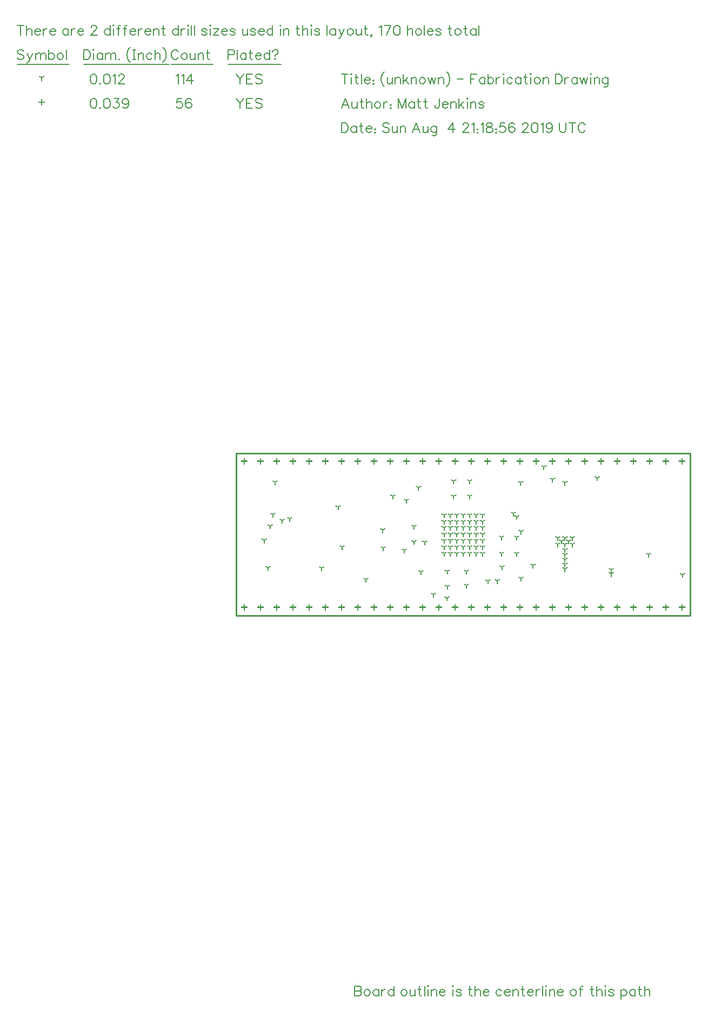
<source format=gbr>
G04 start of page 12 for group -3984 idx -3984 *
G04 Title: (unknown), fab *
G04 Creator: pcb 1.99z *
G04 CreationDate: Sun Aug  4 21:18:56 2019 UTC *
G04 For: matt *
G04 Format: Gerber/RS-274X *
G04 PCB-Dimensions (mm): 152.40 127.00 *
G04 PCB-Coordinate-Origin: lower left *
%MOMM*%
%FSLAX43Y43*%
%LNFAB*%
%ADD50C,0.254*%
%ADD49C,0.152*%
%ADD48R,0.203X0.203*%
G54D48*X53340Y81686D02*Y80874D01*
X52934Y81280D02*X53746D01*
X50800Y81686D02*Y80874D01*
X50394Y81280D02*X51206D01*
X48260Y81686D02*Y80874D01*
X47854Y81280D02*X48666D01*
X45720Y81686D02*Y80874D01*
X45314Y81280D02*X46126D01*
X43180Y81686D02*Y80874D01*
X42774Y81280D02*X43586D01*
X40640Y81686D02*Y80874D01*
X40234Y81280D02*X41046D01*
X38100Y81686D02*Y80874D01*
X37694Y81280D02*X38506D01*
X35560Y81686D02*Y80874D01*
X35154Y81280D02*X35966D01*
X78740Y81686D02*Y80874D01*
X78334Y81280D02*X79146D01*
X76200Y81686D02*Y80874D01*
X75794Y81280D02*X76606D01*
X73660Y81686D02*Y80874D01*
X73254Y81280D02*X74066D01*
X71120Y81686D02*Y80874D01*
X70714Y81280D02*X71526D01*
X68580Y81686D02*Y80874D01*
X68174Y81280D02*X68986D01*
X66040Y81686D02*Y80874D01*
X65634Y81280D02*X66446D01*
X63500Y81686D02*Y80874D01*
X63094Y81280D02*X63906D01*
X60960Y81686D02*Y80874D01*
X60554Y81280D02*X61366D01*
X58420Y81686D02*Y80874D01*
X58014Y81280D02*X58826D01*
X55880Y81686D02*Y80874D01*
X55474Y81280D02*X56286D01*
X104140Y81686D02*Y80874D01*
X103734Y81280D02*X104546D01*
X101600Y81686D02*Y80874D01*
X101194Y81280D02*X102006D01*
X99060Y81686D02*Y80874D01*
X98654Y81280D02*X99466D01*
X96520Y81686D02*Y80874D01*
X96114Y81280D02*X96926D01*
X93980Y81686D02*Y80874D01*
X93574Y81280D02*X94386D01*
X91440Y81686D02*Y80874D01*
X91034Y81280D02*X91846D01*
X88900Y81686D02*Y80874D01*
X88494Y81280D02*X89306D01*
X86360Y81686D02*Y80874D01*
X85954Y81280D02*X86766D01*
X83820Y81686D02*Y80874D01*
X83414Y81280D02*X84226D01*
X81280Y81686D02*Y80874D01*
X80874Y81280D02*X81686D01*
X53340Y58826D02*Y58014D01*
X52934Y58420D02*X53746D01*
X50800Y58826D02*Y58014D01*
X50394Y58420D02*X51206D01*
X48260Y58826D02*Y58014D01*
X47854Y58420D02*X48666D01*
X45720Y58826D02*Y58014D01*
X45314Y58420D02*X46126D01*
X43180Y58826D02*Y58014D01*
X42774Y58420D02*X43586D01*
X40640Y58826D02*Y58014D01*
X40234Y58420D02*X41046D01*
X38100Y58826D02*Y58014D01*
X37694Y58420D02*X38506D01*
X35560Y58826D02*Y58014D01*
X35154Y58420D02*X35966D01*
X78740Y58826D02*Y58014D01*
X78334Y58420D02*X79146D01*
X76200Y58826D02*Y58014D01*
X75794Y58420D02*X76606D01*
X73660Y58826D02*Y58014D01*
X73254Y58420D02*X74066D01*
X71120Y58826D02*Y58014D01*
X70714Y58420D02*X71526D01*
X68580Y58826D02*Y58014D01*
X68174Y58420D02*X68986D01*
X66040Y58826D02*Y58014D01*
X65634Y58420D02*X66446D01*
X63500Y58826D02*Y58014D01*
X63094Y58420D02*X63906D01*
X60960Y58826D02*Y58014D01*
X60554Y58420D02*X61366D01*
X58420Y58826D02*Y58014D01*
X58014Y58420D02*X58826D01*
X55880Y58826D02*Y58014D01*
X55474Y58420D02*X56286D01*
X104140Y58826D02*Y58014D01*
X103734Y58420D02*X104546D01*
X101600Y58826D02*Y58014D01*
X101194Y58420D02*X102006D01*
X99060Y58826D02*Y58014D01*
X98654Y58420D02*X99466D01*
X96520Y58826D02*Y58014D01*
X96114Y58420D02*X96926D01*
X93980Y58826D02*Y58014D01*
X93574Y58420D02*X94386D01*
X91440Y58826D02*Y58014D01*
X91034Y58420D02*X91846D01*
X88900Y58826D02*Y58014D01*
X88494Y58420D02*X89306D01*
X86360Y58826D02*Y58014D01*
X85954Y58420D02*X86766D01*
X83820Y58826D02*Y58014D01*
X83414Y58420D02*X84226D01*
X81280Y58826D02*Y58014D01*
X80874Y58420D02*X81686D01*
X3810Y137884D02*Y137071D01*
X3404Y137478D02*X4216D01*
G54D49*X34290Y138049D02*X34870Y137323D01*
Y136525D01*
X35451Y138049D02*X34870Y137323D01*
X35909Y138049D02*Y136525D01*
Y138049D02*X36852D01*
X35909Y137323D02*X36489D01*
X35909Y136525D02*X36852D01*
X38325Y137831D02*X38180Y137976D01*
X37962Y138049D01*
X37672D02*X37962D01*
X37672D02*X37454Y137976D01*
X37309Y137831D01*
Y137686D01*
X37381Y137541D01*
X37454Y137468D01*
X37599Y137396D01*
X38035Y137251D01*
X38180Y137178D01*
X38252Y137106D01*
X38325Y136960D01*
Y136742D01*
X38180Y136598D01*
X37962Y136525D01*
X37672D02*X37962D01*
X37672D02*X37454Y136598D01*
X37309Y136742D01*
X25037Y138049D02*X25763D01*
X25037D02*X24964Y137396D01*
X25037Y137468D01*
X25255Y137541D01*
X25473D01*
X25690Y137468D01*
X25835Y137324D01*
X25908Y137106D01*
Y136961D01*
X25835Y136743D01*
X25690Y136598D01*
X25473Y136525D01*
X25255D02*X25473D01*
X25255D02*X25037Y136598D01*
X24964Y136670D01*
X24892Y136815D01*
X27236Y137832D02*X27163Y137977D01*
X26946Y138049D01*
X26801D02*X26946D01*
X26801D02*X26583Y137977D01*
X26438Y137759D01*
X26365Y137396D01*
Y137033D01*
X26438Y136743D01*
X26583Y136598D01*
X26801Y136525D01*
X26873D01*
X27091Y136598D01*
X27236Y136743D01*
X27308Y136961D01*
Y137033D02*Y136961D01*
Y137033D02*X27236Y137251D01*
X27091Y137396D01*
X26873Y137468D01*
X26801D02*X26873D01*
X26801D02*X26583Y137396D01*
X26438Y137251D01*
X26365Y137033D01*
X11865Y138049D02*X11648Y137977D01*
X11502Y137759D01*
X11430Y137396D01*
Y137178D01*
X11502Y136815D01*
X11648Y136598D01*
X11865Y136525D01*
X12011D01*
X12228Y136598D01*
X12373Y136815D01*
X12446Y137178D01*
Y137396D02*Y137178D01*
Y137396D02*X12373Y137759D01*
X12228Y137977D01*
X12011Y138049D01*
X11865D02*X12011D01*
X12976Y136639D02*X12903Y136567D01*
X12976Y136495D01*
X13048Y136567D01*
X12976Y136639D01*
X13941Y138049D02*X13723Y137977D01*
X13578Y137759D01*
X13505Y137396D01*
Y137178D01*
X13578Y136815D01*
X13723Y136598D01*
X13941Y136525D01*
X14086D01*
X14303Y136598D01*
X14449Y136815D01*
X14521Y137178D01*
Y137396D02*Y137178D01*
Y137396D02*X14449Y137759D01*
X14303Y137977D01*
X14086Y138049D01*
X13941D02*X14086D01*
X15123D02*X15922D01*
X15486Y137468D01*
X15704D01*
X15849Y137396D01*
X15922Y137324D01*
X15994Y137106D01*
Y136961D01*
X15922Y136743D01*
X15777Y136598D01*
X15559Y136525D01*
X15341D02*X15559D01*
X15341D02*X15123Y136598D01*
X15051Y136670D01*
X14979Y136815D01*
X17395Y137541D02*X17322Y137324D01*
X17177Y137178D01*
X16959Y137106D01*
X16887D02*X16959D01*
X16887D02*X16669Y137178D01*
X16524Y137324D01*
X16452Y137541D01*
Y137614D02*Y137541D01*
Y137614D02*X16524Y137832D01*
X16669Y137977D01*
X16887Y138049D01*
X16959D01*
X17177Y137977D01*
X17322Y137832D01*
X17395Y137541D01*
Y137178D01*
X17322Y136815D01*
X17177Y136598D01*
X16959Y136525D01*
X16814D02*X16959D01*
X16814D02*X16596Y136598D01*
X16524Y136743D01*
X69850Y69850D02*Y69444D01*
Y69850D02*X70202Y70053D01*
X69850Y69850D02*X69498Y70053D01*
X68850Y69850D02*Y69444D01*
Y69850D02*X69202Y70053D01*
X68850Y69850D02*X68498Y70053D01*
X67850Y69850D02*Y69444D01*
Y69850D02*X68202Y70053D01*
X67850Y69850D02*X67498Y70053D01*
X66850Y69850D02*Y69444D01*
Y69850D02*X67202Y70053D01*
X66850Y69850D02*X66498Y70053D01*
X70850Y69850D02*Y69444D01*
Y69850D02*X71202Y70053D01*
X70850Y69850D02*X70498Y70053D01*
X71850Y69850D02*Y69444D01*
Y69850D02*X72202Y70053D01*
X71850Y69850D02*X71498Y70053D01*
X72850Y69850D02*Y69444D01*
Y69850D02*X73202Y70053D01*
X72850Y69850D02*X72498Y70053D01*
X69850Y68850D02*Y68444D01*
Y68850D02*X70202Y69053D01*
X69850Y68850D02*X69498Y69053D01*
X68850Y68850D02*Y68444D01*
Y68850D02*X69202Y69053D01*
X68850Y68850D02*X68498Y69053D01*
X67850Y68850D02*Y68444D01*
Y68850D02*X68202Y69053D01*
X67850Y68850D02*X67498Y69053D01*
X66850Y68850D02*Y68444D01*
Y68850D02*X67202Y69053D01*
X66850Y68850D02*X66498Y69053D01*
X70850Y68850D02*Y68444D01*
Y68850D02*X71202Y69053D01*
X70850Y68850D02*X70498Y69053D01*
X71850Y68850D02*Y68444D01*
Y68850D02*X72202Y69053D01*
X71850Y68850D02*X71498Y69053D01*
X72850Y68850D02*Y68444D01*
Y68850D02*X73202Y69053D01*
X72850Y68850D02*X72498Y69053D01*
X69850Y67850D02*Y67444D01*
Y67850D02*X70202Y68053D01*
X69850Y67850D02*X69498Y68053D01*
X68850Y67850D02*Y67444D01*
Y67850D02*X69202Y68053D01*
X68850Y67850D02*X68498Y68053D01*
X67850Y67850D02*Y67444D01*
Y67850D02*X68202Y68053D01*
X67850Y67850D02*X67498Y68053D01*
X66850Y67850D02*Y67444D01*
Y67850D02*X67202Y68053D01*
X66850Y67850D02*X66498Y68053D01*
X70850Y67850D02*Y67444D01*
Y67850D02*X71202Y68053D01*
X70850Y67850D02*X70498Y68053D01*
X71850Y67850D02*Y67444D01*
Y67850D02*X72202Y68053D01*
X71850Y67850D02*X71498Y68053D01*
X72850Y67850D02*Y67444D01*
Y67850D02*X73202Y68053D01*
X72850Y67850D02*X72498Y68053D01*
X69850Y66850D02*Y66444D01*
Y66850D02*X70202Y67053D01*
X69850Y66850D02*X69498Y67053D01*
X68850Y66850D02*Y66444D01*
Y66850D02*X69202Y67053D01*
X68850Y66850D02*X68498Y67053D01*
X67850Y66850D02*Y66444D01*
Y66850D02*X68202Y67053D01*
X67850Y66850D02*X67498Y67053D01*
X66850Y66850D02*Y66444D01*
Y66850D02*X67202Y67053D01*
X66850Y66850D02*X66498Y67053D01*
X70850Y66850D02*Y66444D01*
Y66850D02*X71202Y67053D01*
X70850Y66850D02*X70498Y67053D01*
X71850Y66850D02*Y66444D01*
Y66850D02*X72202Y67053D01*
X71850Y66850D02*X71498Y67053D01*
X72850Y66850D02*Y66444D01*
Y66850D02*X73202Y67053D01*
X72850Y66850D02*X72498Y67053D01*
X69850Y70900D02*Y70494D01*
Y70900D02*X70202Y71103D01*
X69850Y70900D02*X69498Y71103D01*
X68850Y70900D02*Y70494D01*
Y70900D02*X69202Y71103D01*
X68850Y70900D02*X68498Y71103D01*
X67850Y70900D02*Y70494D01*
Y70900D02*X68202Y71103D01*
X67850Y70900D02*X67498Y71103D01*
X66850Y70900D02*Y70494D01*
Y70900D02*X67202Y71103D01*
X66850Y70900D02*X66498Y71103D01*
X70850Y70900D02*Y70494D01*
Y70900D02*X71202Y71103D01*
X70850Y70900D02*X70498Y71103D01*
X71850Y70900D02*Y70494D01*
Y70900D02*X72202Y71103D01*
X71850Y70900D02*X71498Y71103D01*
X72850Y70900D02*Y70494D01*
Y70900D02*X73202Y71103D01*
X72850Y70900D02*X72498Y71103D01*
X69850Y71850D02*Y71444D01*
Y71850D02*X70202Y72053D01*
X69850Y71850D02*X69498Y72053D01*
X68850Y71850D02*Y71444D01*
Y71850D02*X69202Y72053D01*
X68850Y71850D02*X68498Y72053D01*
X67850Y71850D02*Y71444D01*
Y71850D02*X68202Y72053D01*
X67850Y71850D02*X67498Y72053D01*
X66850Y71850D02*Y71444D01*
Y71850D02*X67202Y72053D01*
X66850Y71850D02*X66498Y72053D01*
X70850Y71850D02*Y71444D01*
Y71850D02*X71202Y72053D01*
X70850Y71850D02*X70498Y72053D01*
X71850Y71850D02*Y71444D01*
Y71850D02*X72202Y72053D01*
X71850Y71850D02*X71498Y72053D01*
X72850Y71850D02*Y71444D01*
Y71850D02*X73202Y72053D01*
X72850Y71850D02*X72498Y72053D01*
X69850Y72850D02*Y72444D01*
Y72850D02*X70202Y73053D01*
X69850Y72850D02*X69498Y73053D01*
X68850Y72850D02*Y72444D01*
Y72850D02*X69202Y73053D01*
X68850Y72850D02*X68498Y73053D01*
X67850Y72850D02*Y72444D01*
Y72850D02*X68202Y73053D01*
X67850Y72850D02*X67498Y73053D01*
X66850Y72850D02*Y72444D01*
Y72850D02*X67202Y73053D01*
X66850Y72850D02*X66498Y73053D01*
X70850Y72850D02*Y72444D01*
Y72850D02*X71202Y73053D01*
X70850Y72850D02*X70498Y73053D01*
X71850Y72850D02*Y72444D01*
Y72850D02*X72202Y73053D01*
X71850Y72850D02*X71498Y73053D01*
X72850Y72850D02*Y72444D01*
Y72850D02*X73202Y73053D01*
X72850Y72850D02*X72498Y73053D01*
X70850Y78200D02*Y77794D01*
Y78200D02*X71202Y78403D01*
X70850Y78200D02*X70498Y78403D01*
X70850Y75800D02*Y75394D01*
Y75800D02*X71202Y76003D01*
X70850Y75800D02*X70498Y76003D01*
X68350Y75800D02*Y75394D01*
Y75800D02*X68702Y76003D01*
X68350Y75800D02*X67998Y76003D01*
X68350Y78200D02*Y77794D01*
Y78200D02*X68702Y78403D01*
X68350Y78200D02*X67998Y78403D01*
X63800Y68600D02*Y68194D01*
Y68600D02*X64152Y68803D01*
X63800Y68600D02*X63448Y68803D01*
X67350Y64050D02*Y63644D01*
Y64050D02*X67702Y64253D01*
X67350Y64050D02*X66998Y64253D01*
X70350Y64050D02*Y63644D01*
Y64050D02*X70702Y64253D01*
X70350Y64050D02*X69998Y64253D01*
X75850Y66850D02*Y66444D01*
Y66850D02*X76202Y67053D01*
X75850Y66850D02*X75498Y67053D01*
X78250Y66850D02*Y66444D01*
Y66850D02*X78602Y67053D01*
X78250Y66850D02*X77898Y67053D01*
X75850Y69350D02*Y68944D01*
Y69350D02*X76202Y69553D01*
X75850Y69350D02*X75498Y69553D01*
X78250Y69350D02*Y68944D01*
Y69350D02*X78602Y69553D01*
X78250Y69350D02*X77898Y69553D01*
X67300Y59850D02*Y59444D01*
Y59850D02*X67652Y60053D01*
X67300Y59850D02*X66948Y60053D01*
X67350Y61650D02*Y61244D01*
Y61650D02*X67702Y61853D01*
X67350Y61650D02*X66998Y61853D01*
X70350Y61850D02*Y61444D01*
Y61850D02*X70702Y62053D01*
X70350Y61850D02*X69998Y62053D01*
X75200Y62550D02*Y62144D01*
Y62550D02*X75552Y62753D01*
X75200Y62550D02*X74848Y62753D01*
X78900Y62950D02*Y62544D01*
Y62950D02*X79252Y63153D01*
X78900Y62950D02*X78548Y63153D01*
X80800Y64950D02*Y64544D01*
Y64950D02*X81152Y65153D01*
X80800Y64950D02*X80448Y65153D01*
X78850Y77900D02*Y77494D01*
Y77900D02*X79202Y78103D01*
X78850Y77900D02*X78498Y78103D01*
X90850Y78650D02*Y78244D01*
Y78650D02*X91202Y78853D01*
X90850Y78650D02*X90498Y78853D01*
X85800Y77900D02*Y77494D01*
Y77900D02*X86152Y78103D01*
X85800Y77900D02*X85448Y78103D01*
X98900Y66650D02*Y66244D01*
Y66650D02*X99252Y66853D01*
X98900Y66650D02*X98548Y66853D01*
X104200Y63500D02*Y63094D01*
Y63500D02*X104552Y63703D01*
X104200Y63500D02*X103848Y63703D01*
X50850Y67850D02*Y67444D01*
Y67850D02*X51202Y68053D01*
X50850Y67850D02*X50498Y68053D01*
X40350Y78000D02*Y77594D01*
Y78000D02*X40702Y78203D01*
X40350Y78000D02*X39998Y78203D01*
X63200Y63950D02*Y63544D01*
Y63950D02*X63552Y64153D01*
X63200Y63950D02*X62848Y64153D01*
X65200Y60400D02*Y59994D01*
Y60400D02*X65552Y60603D01*
X65200Y60400D02*X64848Y60603D01*
X73700Y62500D02*Y62094D01*
Y62500D02*X74052Y62703D01*
X73700Y62500D02*X73348Y62703D01*
X60600Y67350D02*Y66944D01*
Y67350D02*X60952Y67553D01*
X60600Y67350D02*X60248Y67553D01*
X57200Y70500D02*Y70094D01*
Y70500D02*X57552Y70703D01*
X57200Y70500D02*X56848Y70703D01*
X41500Y72000D02*Y71594D01*
Y72000D02*X41852Y72203D01*
X41500Y72000D02*X41148Y72203D01*
X42650Y72250D02*Y71844D01*
Y72250D02*X43002Y72453D01*
X42650Y72250D02*X42298Y72453D01*
X40050Y72950D02*Y72544D01*
Y72950D02*X40402Y73153D01*
X40050Y72950D02*X39698Y73153D01*
X38650Y68900D02*Y68494D01*
Y68900D02*X39002Y69103D01*
X38650Y68900D02*X38298Y69103D01*
X39620Y71120D02*Y70714D01*
Y71120D02*X39972Y71323D01*
X39620Y71120D02*X39268Y71323D01*
X77700Y73100D02*Y72694D01*
Y73100D02*X78052Y73303D01*
X77700Y73100D02*X77348Y73303D01*
X78250Y72550D02*Y72144D01*
Y72550D02*X78602Y72753D01*
X78250Y72550D02*X77898Y72753D01*
X62150Y71050D02*Y70644D01*
Y71050D02*X62502Y71253D01*
X62150Y71050D02*X61798Y71253D01*
X62150Y68650D02*Y68244D01*
Y68650D02*X62502Y68853D01*
X62150Y68650D02*X61798Y68853D01*
X78900Y70250D02*Y69844D01*
Y70250D02*X79252Y70453D01*
X78900Y70250D02*X78548Y70453D01*
X75950Y64700D02*Y64294D01*
Y64700D02*X76302Y64903D01*
X75950Y64700D02*X75598Y64903D01*
X82500Y80400D02*Y79994D01*
Y80400D02*X82852Y80603D01*
X82500Y80400D02*X82148Y80603D01*
X83850Y78450D02*Y78044D01*
Y78450D02*X84202Y78653D01*
X83850Y78450D02*X83498Y78653D01*
X62850Y77150D02*Y76744D01*
Y77150D02*X63202Y77353D01*
X62850Y77150D02*X62498Y77353D01*
X58800Y75800D02*Y75394D01*
Y75800D02*X59152Y76003D01*
X58800Y75800D02*X58448Y76003D01*
X93050Y64300D02*Y63894D01*
Y64300D02*X93402Y64503D01*
X93050Y64300D02*X92698Y64503D01*
X93050Y63650D02*Y63244D01*
Y63650D02*X93402Y63853D01*
X93050Y63650D02*X92698Y63853D01*
X85800Y64400D02*Y63994D01*
Y64400D02*X86152Y64603D01*
X85800Y64400D02*X85448Y64603D01*
X85800Y65150D02*Y64744D01*
Y65150D02*X86152Y65353D01*
X85800Y65150D02*X85448Y65353D01*
X85800Y65900D02*Y65494D01*
Y65900D02*X86152Y66103D01*
X85800Y65900D02*X85448Y66103D01*
X85800Y66650D02*Y66244D01*
Y66650D02*X86152Y66853D01*
X85800Y66650D02*X85448Y66853D01*
X85800Y67400D02*Y66994D01*
Y67400D02*X86152Y67603D01*
X85800Y67400D02*X85448Y67603D01*
X84650Y68250D02*Y67844D01*
Y68250D02*X85002Y68453D01*
X84650Y68250D02*X84298Y68453D01*
X84650Y69250D02*Y68844D01*
Y69250D02*X85002Y69453D01*
X84650Y69250D02*X84298Y69453D01*
X85250Y68750D02*Y68344D01*
Y68750D02*X85602Y68953D01*
X85250Y68750D02*X84898Y68953D01*
X86950Y69250D02*Y68844D01*
Y69250D02*X87302Y69453D01*
X86950Y69250D02*X86598Y69453D01*
X86950Y68250D02*Y67844D01*
Y68250D02*X87302Y68453D01*
X86950Y68250D02*X86598Y68453D01*
X86350Y68750D02*Y68344D01*
Y68750D02*X86702Y68953D01*
X86350Y68750D02*X85998Y68953D01*
X85800Y69250D02*Y68844D01*
Y69250D02*X86152Y69453D01*
X85800Y69250D02*X85448Y69453D01*
X85800Y68250D02*Y67844D01*
Y68250D02*X86152Y68453D01*
X85800Y68250D02*X85448Y68453D01*
X50250Y74100D02*Y73694D01*
Y74100D02*X50602Y74303D01*
X50250Y74100D02*X49898Y74303D01*
X54600Y62750D02*Y62344D01*
Y62750D02*X54952Y62953D01*
X54600Y62750D02*X54248Y62953D01*
X47650Y64550D02*Y64144D01*
Y64550D02*X48002Y64753D01*
X47650Y64550D02*X47298Y64753D01*
X39300Y64600D02*Y64194D01*
Y64600D02*X39652Y64803D01*
X39300Y64600D02*X38948Y64803D01*
X57300Y67700D02*Y67294D01*
Y67700D02*X57652Y67903D01*
X57300Y67700D02*X56948Y67903D01*
X60950Y75150D02*Y74744D01*
Y75150D02*X61302Y75353D01*
X60950Y75150D02*X60598Y75353D01*
X3810Y141288D02*Y140881D01*
Y141288D02*X4162Y141491D01*
X3810Y141288D02*X3458Y141491D01*
X34290Y141859D02*X34870Y141133D01*
Y140335D01*
X35451Y141859D02*X34870Y141133D01*
X35909Y141859D02*Y140335D01*
Y141859D02*X36852D01*
X35909Y141133D02*X36489D01*
X35909Y140335D02*X36852D01*
X38325Y141641D02*X38180Y141786D01*
X37962Y141859D01*
X37672D02*X37962D01*
X37672D02*X37454Y141786D01*
X37309Y141641D01*
Y141496D01*
X37381Y141351D01*
X37454Y141278D01*
X37599Y141206D01*
X38035Y141061D01*
X38180Y140988D01*
X38252Y140916D01*
X38325Y140770D01*
Y140552D01*
X38180Y140408D01*
X37962Y140335D01*
X37672D02*X37962D01*
X37672D02*X37454Y140408D01*
X37309Y140552D01*
X24892Y141569D02*X25037Y141642D01*
X25255Y141859D01*
Y140335D01*
X25712Y141569D02*X25857Y141642D01*
X26075Y141859D01*
Y140335D01*
X27257Y141859D02*X26532Y140843D01*
X27620D01*
X27257Y141859D02*Y140335D01*
X11865Y141859D02*X11648Y141787D01*
X11502Y141569D01*
X11430Y141206D01*
Y140988D01*
X11502Y140625D01*
X11648Y140408D01*
X11865Y140335D01*
X12011D01*
X12228Y140408D01*
X12373Y140625D01*
X12446Y140988D01*
Y141206D02*Y140988D01*
Y141206D02*X12373Y141569D01*
X12228Y141787D01*
X12011Y141859D01*
X11865D02*X12011D01*
X12976Y140449D02*X12903Y140377D01*
X12976Y140305D01*
X13048Y140377D01*
X12976Y140449D01*
X13941Y141859D02*X13723Y141787D01*
X13578Y141569D01*
X13505Y141206D01*
Y140988D01*
X13578Y140625D01*
X13723Y140408D01*
X13941Y140335D01*
X14086D01*
X14303Y140408D01*
X14449Y140625D01*
X14521Y140988D01*
Y141206D02*Y140988D01*
Y141206D02*X14449Y141569D01*
X14303Y141787D01*
X14086Y141859D01*
X13941D02*X14086D01*
X14979Y141569D02*X15123Y141642D01*
X15341Y141859D01*
Y140335D01*
X15871Y141569D02*Y141496D01*
Y141569D02*X15944Y141714D01*
X16016Y141787D01*
X16161Y141859D01*
X16451D01*
X16597Y141787D01*
X16669Y141714D01*
X16742Y141569D01*
Y141424D01*
X16669Y141278D01*
X16524Y141061D01*
X15798Y140335D01*
X16814D01*
X1016Y145451D02*X871Y145596D01*
X653Y145669D01*
X363D02*X653D01*
X363D02*X145Y145596D01*
X0Y145451D01*
Y145306D01*
X72Y145161D01*
X145Y145088D01*
X290Y145016D01*
X726Y144871D01*
X871Y144798D01*
X943Y144726D01*
X1016Y144580D01*
Y144362D01*
X871Y144218D01*
X653Y144145D01*
X363D02*X653D01*
X363D02*X145Y144218D01*
X0Y144362D01*
X1545Y145161D02*X1981Y144145D01*
X2416Y145161D02*X1981Y144145D01*
X1836Y143856D01*
X1691Y143710D01*
X1545Y143637D01*
X1473D02*X1545D01*
X2874Y145161D02*Y144145D01*
Y144871D02*X3091Y145089D01*
X3236Y145161D01*
X3454D01*
X3599Y145089D01*
X3671Y144871D01*
Y144145D01*
Y144871D02*X3889Y145089D01*
X4034Y145161D01*
X4252D01*
X4397Y145089D01*
X4470Y144871D01*
Y144145D01*
X4927Y145669D02*Y144145D01*
Y144944D02*X5072Y145089D01*
X5217Y145161D01*
X5435D01*
X5579Y145089D01*
X5725Y144944D01*
X5798Y144726D01*
Y144581D01*
X5725Y144363D01*
X5579Y144218D01*
X5435Y144145D01*
X5217D02*X5435D01*
X5217D02*X5072Y144218D01*
X4927Y144363D01*
X6618Y145161D02*X6472Y145089D01*
X6327Y144944D01*
X6255Y144726D01*
Y144581D01*
X6327Y144363D01*
X6472Y144218D01*
X6618Y144145D01*
X6835D01*
X6980Y144218D01*
X7125Y144363D01*
X7198Y144581D01*
Y144726D02*Y144581D01*
Y144726D02*X7125Y144944D01*
X6980Y145089D01*
X6835Y145161D01*
X6618D02*X6835D01*
X7655Y145669D02*Y144145D01*
X0Y143383D02*X8112D01*
X10414Y145669D02*Y144145D01*
Y145669D02*X10922D01*
X11140Y145596D01*
X11285Y145451D01*
X11357Y145306D01*
X11430Y145088D01*
Y144725D01*
X11357Y144508D01*
X11285Y144362D01*
X11140Y144218D01*
X10922Y144145D01*
X10414D02*X10922D01*
X11959Y145165D02*Y144149D01*
X11887Y145673D02*X11959Y145600D01*
X12032Y145673D01*
X11959Y145745D01*
X11887Y145673D01*
X13360Y145161D02*Y144145D01*
Y144944D02*X13215Y145089D01*
X13070Y145161D01*
X12852D02*X13070D01*
X12852D02*X12707Y145089D01*
X12562Y144944D01*
X12489Y144726D01*
Y144581D01*
X12562Y144363D01*
X12707Y144218D01*
X12852Y144145D01*
X13070D01*
X13215Y144218D01*
X13360Y144363D01*
X13818Y145161D02*Y144145D01*
Y144871D02*X14035Y145089D01*
X14180Y145161D01*
X14398D01*
X14543Y145089D01*
X14615Y144871D01*
Y144145D01*
Y144871D02*X14833Y145089D01*
X14978Y145161D01*
X15196D01*
X15341Y145089D01*
X15414Y144871D01*
Y144145D01*
X15943Y144259D02*X15871Y144187D01*
X15943Y144115D01*
X16015Y144187D01*
X15943Y144259D01*
X17666Y146050D02*X17521Y145905D01*
X17376Y145687D01*
X17230Y145397D01*
X17158Y145034D01*
Y144744D01*
X17230Y144381D01*
X17376Y144091D01*
X17521Y143873D01*
X17666Y143728D01*
X18124Y145669D02*X18505D01*
X18314D02*Y144145D01*
X18124D02*X18505D01*
X18962Y145161D02*Y144145D01*
Y144871D02*X19180Y145089D01*
X19324Y145161D01*
X19542D01*
X19687Y145089D01*
X19760Y144871D01*
Y144145D01*
X21088Y144944D02*X20943Y145089D01*
X20798Y145161D01*
X20580D02*X20798D01*
X20580D02*X20435Y145089D01*
X20290Y144944D01*
X20217Y144726D01*
Y144581D01*
X20290Y144363D01*
X20435Y144218D01*
X20580Y144145D01*
X20798D01*
X20943Y144218D01*
X21088Y144363D01*
X21545Y145669D02*Y144145D01*
Y144871D02*X21762Y145089D01*
X21908Y145161D01*
X22125D01*
X22271Y145089D01*
X22343Y144871D01*
Y144145D01*
X22801Y146050D02*X22945Y145905D01*
X23091Y145687D01*
X23236Y145397D01*
X23308Y145034D01*
Y144744D01*
X23236Y144381D01*
X23091Y144091D01*
X22945Y143873D01*
X22801Y143728D01*
X10414Y143383D02*X23765D01*
X25219Y145306D02*X25146Y145451D01*
X25001Y145596D01*
X24856Y145669D01*
X24565D02*X24856D01*
X24565D02*X24420Y145596D01*
X24275Y145451D01*
X24202Y145306D01*
X24130Y145088D01*
Y144725D01*
X24202Y144508D01*
X24275Y144362D01*
X24420Y144218D01*
X24565Y144145D01*
X24856D01*
X25001Y144218D01*
X25146Y144362D01*
X25219Y144508D01*
X26038Y145161D02*X25893Y145089D01*
X25748Y144944D01*
X25676Y144726D01*
Y144581D01*
X25748Y144363D01*
X25893Y144218D01*
X26038Y144145D01*
X26256D01*
X26401Y144218D01*
X26546Y144363D01*
X26619Y144581D01*
Y144726D02*Y144581D01*
Y144726D02*X26546Y144944D01*
X26401Y145089D01*
X26256Y145161D01*
X26038D02*X26256D01*
X27076D02*Y144436D01*
X27148Y144218D01*
X27294Y144145D01*
X27511D01*
X27657Y144218D01*
X27874Y144436D01*
Y145161D02*Y144145D01*
X28331Y145161D02*Y144145D01*
Y144871D02*X28549Y145089D01*
X28694Y145161D01*
X28912D01*
X29057Y145089D01*
X29130Y144871D01*
Y144145D01*
X29805Y145669D02*Y144435D01*
X29877Y144218D01*
X30022Y144145D01*
X30167D01*
X29587Y145161D02*X30095D01*
X24130Y143383D02*X30625D01*
X33020Y145669D02*Y144145D01*
Y145669D02*X33673D01*
X33891Y145596D01*
X33963Y145524D01*
X34036Y145379D01*
Y145161D01*
X33963Y145016D01*
X33891Y144943D01*
X33673Y144871D01*
X33020D02*X33673D01*
X34493Y145669D02*Y144145D01*
X35821Y145161D02*Y144145D01*
Y144944D02*X35676Y145089D01*
X35531Y145161D01*
X35313D02*X35531D01*
X35313D02*X35168Y145089D01*
X35023Y144944D01*
X34950Y144726D01*
Y144581D01*
X35023Y144363D01*
X35168Y144218D01*
X35313Y144145D01*
X35531D01*
X35676Y144218D01*
X35821Y144363D01*
X36496Y145669D02*Y144435D01*
X36568Y144218D01*
X36714Y144145D01*
X36859D01*
X36278Y145161D02*X36786D01*
X37316Y144726D02*X38186D01*
Y144871D02*Y144726D01*
Y144871D02*X38114Y145016D01*
X38042Y145089D01*
X37896Y145161D01*
X37679D02*X37896D01*
X37679D02*X37533Y145089D01*
X37388Y144944D01*
X37316Y144726D01*
Y144581D01*
X37388Y144363D01*
X37533Y144218D01*
X37679Y144145D01*
X37896D01*
X38042Y144218D01*
X38186Y144363D01*
X39514Y145669D02*Y144145D01*
Y144944D02*X39369Y145089D01*
X39224Y145161D01*
X39006D02*X39224D01*
X39006D02*X38861Y145089D01*
X38716Y144944D01*
X38644Y144726D01*
Y144581D01*
X38716Y144363D01*
X38861Y144218D01*
X39006Y144145D01*
X39224D01*
X39369Y144218D01*
X39514Y144363D01*
X39971Y145379D02*Y145306D01*
Y145379D02*X40044Y145524D01*
X40116Y145596D01*
X40261Y145669D01*
X40551D01*
X40697Y145596D01*
X40769Y145524D01*
X40841Y145379D01*
Y145234D01*
X40769Y145089D01*
X40697Y145016D01*
X40406Y144871D01*
Y144653D01*
Y144290D02*X40334Y144218D01*
X40406Y144145D01*
X40478Y144218D01*
X40406Y144290D01*
X33020Y143383D02*X41299D01*
X508Y149479D02*Y147955D01*
X0Y149479D02*X1016D01*
X1473D02*Y147955D01*
Y148681D02*X1690Y148899D01*
X1836Y148971D01*
X2053D01*
X2198Y148899D01*
X2271Y148681D01*
Y147955D01*
X2728Y148536D02*X3599D01*
Y148681D02*Y148536D01*
Y148681D02*X3526Y148826D01*
X3454Y148899D01*
X3309Y148971D01*
X3091D02*X3309D01*
X3091D02*X2946Y148899D01*
X2800Y148754D01*
X2728Y148536D01*
Y148391D01*
X2800Y148173D01*
X2946Y148028D01*
X3091Y147955D01*
X3309D01*
X3454Y148028D01*
X3599Y148173D01*
X4056Y148971D02*Y147955D01*
Y148536D02*X4128Y148754D01*
X4274Y148899D01*
X4418Y148971D01*
X4636D01*
X5094Y148536D02*X5964D01*
Y148681D02*Y148536D01*
Y148681D02*X5891Y148826D01*
X5819Y148899D01*
X5674Y148971D01*
X5456D02*X5674D01*
X5456D02*X5311Y148899D01*
X5166Y148754D01*
X5094Y148536D01*
Y148391D01*
X5166Y148173D01*
X5311Y148028D01*
X5456Y147955D01*
X5674D01*
X5819Y148028D01*
X5964Y148173D01*
X7978Y148971D02*Y147955D01*
Y148754D02*X7832Y148899D01*
X7687Y148971D01*
X7469D02*X7687D01*
X7469D02*X7325Y148899D01*
X7179Y148754D01*
X7107Y148536D01*
Y148391D01*
X7179Y148173D01*
X7325Y148028D01*
X7469Y147955D01*
X7687D01*
X7832Y148028D01*
X7978Y148173D01*
X8435Y148971D02*Y147955D01*
Y148536D02*X8507Y148754D01*
X8653Y148899D01*
X8798Y148971D01*
X9015D01*
X9473Y148536D02*X10343D01*
Y148681D02*Y148536D01*
Y148681D02*X10271Y148826D01*
X10198Y148899D01*
X10053Y148971D01*
X9835D02*X10053D01*
X9835D02*X9690Y148899D01*
X9545Y148754D01*
X9473Y148536D01*
Y148391D01*
X9545Y148173D01*
X9690Y148028D01*
X9835Y147955D01*
X10053D01*
X10198Y148028D01*
X10343Y148173D01*
X11558Y149189D02*Y149116D01*
Y149189D02*X11631Y149334D01*
X11703Y149407D01*
X11849Y149479D01*
X12138D01*
X12284Y149407D01*
X12356Y149334D01*
X12429Y149189D01*
Y149044D01*
X12356Y148898D01*
X12211Y148681D01*
X11486Y147955D01*
X12502D01*
X14515Y149479D02*Y147955D01*
Y148754D02*X14370Y148899D01*
X14225Y148971D01*
X14007D02*X14225D01*
X14007D02*X13862Y148899D01*
X13717Y148754D01*
X13645Y148536D01*
Y148391D01*
X13717Y148173D01*
X13862Y148028D01*
X14007Y147955D01*
X14225D01*
X14370Y148028D01*
X14515Y148173D01*
X15044Y148975D02*Y147959D01*
X14972Y149483D02*X15044Y149410D01*
X15117Y149483D01*
X15044Y149555D01*
X14972Y149483D01*
X16010Y149479D02*X16155D01*
X16010D02*X15864Y149407D01*
X15792Y149189D01*
Y147955D01*
X15574Y148971D02*X16082D01*
X17047Y149479D02*X17192D01*
X17047D02*X16902Y149407D01*
X16829Y149189D01*
Y147955D01*
X16612Y148971D02*X17120D01*
X17649Y148536D02*X18519D01*
Y148681D02*Y148536D01*
Y148681D02*X18447Y148826D01*
X18375Y148899D01*
X18229Y148971D01*
X18012D02*X18229D01*
X18012D02*X17866Y148899D01*
X17721Y148754D01*
X17649Y148536D01*
Y148391D01*
X17721Y148173D01*
X17866Y148028D01*
X18012Y147955D01*
X18229D01*
X18375Y148028D01*
X18519Y148173D01*
X18977Y148971D02*Y147955D01*
Y148536D02*X19049Y148754D01*
X19194Y148899D01*
X19339Y148971D01*
X19557D01*
X20014Y148536D02*X20885D01*
Y148681D02*Y148536D01*
Y148681D02*X20812Y148826D01*
X20740Y148899D01*
X20595Y148971D01*
X20377D02*X20595D01*
X20377D02*X20232Y148899D01*
X20086Y148754D01*
X20014Y148536D01*
Y148391D01*
X20086Y148173D01*
X20232Y148028D01*
X20377Y147955D01*
X20595D01*
X20740Y148028D01*
X20885Y148173D01*
X21342Y148971D02*Y147955D01*
Y148681D02*X21560Y148899D01*
X21704Y148971D01*
X21922D01*
X22067Y148899D01*
X22140Y148681D01*
Y147955D01*
X22815Y149479D02*Y148245D01*
X22887Y148028D01*
X23033Y147955D01*
X23178D01*
X22597Y148971D02*X23105D01*
X25191Y149479D02*Y147955D01*
Y148754D02*X25046Y148899D01*
X24901Y148971D01*
X24683D02*X24901D01*
X24683D02*X24538Y148899D01*
X24393Y148754D01*
X24321Y148536D01*
Y148391D01*
X24393Y148173D01*
X24538Y148028D01*
X24683Y147955D01*
X24901D01*
X25046Y148028D01*
X25191Y148173D01*
X25648Y148971D02*Y147955D01*
Y148536D02*X25721Y148754D01*
X25866Y148899D01*
X26011Y148971D01*
X26229D01*
X26758Y148975D02*Y147959D01*
X26686Y149483D02*X26758Y149410D01*
X26831Y149483D01*
X26758Y149555D01*
X26686Y149483D01*
X27288Y149479D02*Y147955D01*
X27746Y149479D02*Y147955D01*
X29686Y148754D02*X29614Y148899D01*
X29396Y148971D01*
X29178D02*X29396D01*
X29178D02*X28961Y148899D01*
X28889Y148754D01*
X28961Y148608D01*
X29106Y148536D01*
X29469Y148463D01*
X29614Y148391D01*
X29686Y148246D01*
Y148173D01*
X29614Y148028D01*
X29396Y147955D01*
X29178D02*X29396D01*
X29178D02*X28961Y148028D01*
X28889Y148173D01*
X30216Y148975D02*Y147959D01*
X30144Y149483D02*X30216Y149410D01*
X30289Y149483D01*
X30216Y149555D01*
X30144Y149483D01*
X31544Y148971D02*X30746Y147955D01*
Y148971D02*X31544D01*
X30746Y147955D02*X31544D01*
X32001Y148536D02*X32871D01*
Y148681D02*Y148536D01*
Y148681D02*X32799Y148826D01*
X32727Y148899D01*
X32582Y148971D01*
X32364D02*X32582D01*
X32364D02*X32219Y148899D01*
X32073Y148754D01*
X32001Y148536D01*
Y148391D01*
X32073Y148173D01*
X32219Y148028D01*
X32364Y147955D01*
X32582D01*
X32727Y148028D01*
X32871Y148173D01*
X34127Y148754D02*X34054Y148899D01*
X33836Y148971D01*
X33619D02*X33836D01*
X33619D02*X33401Y148899D01*
X33329Y148754D01*
X33401Y148608D01*
X33546Y148536D01*
X33909Y148463D01*
X34054Y148391D01*
X34127Y148246D01*
Y148173D01*
X34054Y148028D01*
X33836Y147955D01*
X33619D02*X33836D01*
X33619D02*X33401Y148028D01*
X33329Y148173D01*
X35270Y148971D02*Y148246D01*
X35342Y148028D01*
X35487Y147955D01*
X35705D01*
X35850Y148028D01*
X36068Y148246D01*
Y148971D02*Y147955D01*
X37323Y148754D02*X37250Y148899D01*
X37032Y148971D01*
X36815D02*X37032D01*
X36815D02*X36597Y148899D01*
X36525Y148754D01*
X36597Y148608D01*
X36742Y148536D01*
X37105Y148463D01*
X37250Y148391D01*
X37323Y148246D01*
Y148173D01*
X37250Y148028D01*
X37032Y147955D01*
X36815D02*X37032D01*
X36815D02*X36597Y148028D01*
X36525Y148173D01*
X37780Y148536D02*X38650D01*
Y148681D02*Y148536D01*
Y148681D02*X38578Y148826D01*
X38505Y148899D01*
X38360Y148971D01*
X38143D02*X38360D01*
X38143D02*X37997Y148899D01*
X37852Y148754D01*
X37780Y148536D01*
Y148391D01*
X37852Y148173D01*
X37997Y148028D01*
X38143Y147955D01*
X38360D01*
X38505Y148028D01*
X38650Y148173D01*
X39977Y149479D02*Y147955D01*
Y148754D02*X39833Y148899D01*
X39687Y148971D01*
X39470D02*X39687D01*
X39470D02*X39324Y148899D01*
X39179Y148754D01*
X39107Y148536D01*
Y148391D01*
X39179Y148173D01*
X39324Y148028D01*
X39470Y147955D01*
X39687D01*
X39833Y148028D01*
X39977Y148173D01*
X41193Y148975D02*Y147959D01*
X41120Y149483D02*X41193Y149410D01*
X41266Y149483D01*
X41193Y149555D01*
X41120Y149483D01*
X41723Y148971D02*Y147955D01*
Y148681D02*X41941Y148899D01*
X42086Y148971D01*
X42303D01*
X42448Y148899D01*
X42521Y148681D01*
Y147955D01*
X43882Y149479D02*Y148245D01*
X43954Y148028D01*
X44099Y147955D01*
X44245D01*
X43664Y148971D02*X44172D01*
X44702Y149479D02*Y147955D01*
Y148681D02*X44919Y148899D01*
X45065Y148971D01*
X45282D01*
X45427Y148899D01*
X45500Y148681D01*
Y147955D01*
X46030Y148975D02*Y147959D01*
X45957Y149483D02*X46030Y149410D01*
X46102Y149483D01*
X46030Y149555D01*
X45957Y149483D01*
X47357Y148754D02*X47285Y148899D01*
X47067Y148971D01*
X46850D02*X47067D01*
X46850D02*X46632Y148899D01*
X46560Y148754D01*
X46632Y148608D01*
X46777Y148536D01*
X47140Y148463D01*
X47285Y148391D01*
X47357Y148246D01*
Y148173D01*
X47285Y148028D01*
X47067Y147955D01*
X46850D02*X47067D01*
X46850D02*X46632Y148028D01*
X46560Y148173D01*
X48500Y149479D02*Y147955D01*
X49829Y148971D02*Y147955D01*
Y148754D02*X49683Y148899D01*
X49538Y148971D01*
X49320D02*X49538D01*
X49320D02*X49176Y148899D01*
X49030Y148754D01*
X48958Y148536D01*
Y148391D01*
X49030Y148173D01*
X49176Y148028D01*
X49320Y147955D01*
X49538D01*
X49683Y148028D01*
X49829Y148173D01*
X50358Y148971D02*X50794Y147955D01*
X51229Y148971D02*X50794Y147955D01*
X50648Y147666D01*
X50504Y147520D01*
X50358Y147447D01*
X50286D02*X50358D01*
X52049Y148971D02*X51904Y148899D01*
X51758Y148754D01*
X51686Y148536D01*
Y148391D01*
X51758Y148173D01*
X51904Y148028D01*
X52049Y147955D01*
X52267D01*
X52412Y148028D01*
X52556Y148173D01*
X52629Y148391D01*
Y148536D02*Y148391D01*
Y148536D02*X52556Y148754D01*
X52412Y148899D01*
X52267Y148971D01*
X52049D02*X52267D01*
X53087D02*Y148246D01*
X53159Y148028D01*
X53305Y147955D01*
X53522D01*
X53667Y148028D01*
X53885Y148246D01*
Y148971D02*Y147955D01*
X54560Y149479D02*Y148245D01*
X54632Y148028D01*
X54777Y147955D01*
X54923D01*
X54342Y148971D02*X54850D01*
X55525Y147997D02*X55453Y147925D01*
X55380Y147997D01*
X55453Y148069D01*
X55525Y147997D01*
Y147852D01*
X55380Y147707D01*
X56668Y149189D02*X56813Y149262D01*
X57031Y149479D01*
Y147955D01*
X58504Y149479D02*X57778Y147955D01*
X57488Y149479D02*X58504D01*
X59396D02*X59179Y149407D01*
X59033Y149189D01*
X58961Y148826D01*
Y148608D01*
X59033Y148245D01*
X59179Y148028D01*
X59396Y147955D01*
X59542D01*
X59759Y148028D01*
X59904Y148245D01*
X59977Y148608D01*
Y148826D02*Y148608D01*
Y148826D02*X59904Y149189D01*
X59759Y149407D01*
X59542Y149479D01*
X59396D02*X59542D01*
X61120D02*Y147955D01*
Y148681D02*X61337Y148899D01*
X61483Y148971D01*
X61700D01*
X61845Y148899D01*
X61918Y148681D01*
Y147955D01*
X62738Y148971D02*X62593Y148899D01*
X62447Y148754D01*
X62375Y148536D01*
Y148391D01*
X62447Y148173D01*
X62593Y148028D01*
X62738Y147955D01*
X62956D01*
X63101Y148028D01*
X63245Y148173D01*
X63318Y148391D01*
Y148536D02*Y148391D01*
Y148536D02*X63245Y148754D01*
X63101Y148899D01*
X62956Y148971D01*
X62738D02*X62956D01*
X63776Y149479D02*Y147955D01*
X64233Y148536D02*X65103D01*
Y148681D02*Y148536D01*
Y148681D02*X65031Y148826D01*
X64958Y148899D01*
X64813Y148971D01*
X64595D02*X64813D01*
X64595D02*X64450Y148899D01*
X64305Y148754D01*
X64233Y148536D01*
Y148391D01*
X64305Y148173D01*
X64450Y148028D01*
X64595Y147955D01*
X64813D01*
X64958Y148028D01*
X65103Y148173D01*
X66358Y148754D02*X66286Y148899D01*
X66068Y148971D01*
X65850D02*X66068D01*
X65850D02*X65632Y148899D01*
X65560Y148754D01*
X65632Y148608D01*
X65777Y148536D01*
X66140Y148463D01*
X66286Y148391D01*
X66358Y148246D01*
Y148173D01*
X66286Y148028D01*
X66068Y147955D01*
X65850D02*X66068D01*
X65850D02*X65632Y148028D01*
X65560Y148173D01*
X67719Y149479D02*Y148245D01*
X67791Y148028D01*
X67936Y147955D01*
X68082D01*
X67501Y148971D02*X68009D01*
X68902D02*X68756Y148899D01*
X68611Y148754D01*
X68539Y148536D01*
Y148391D01*
X68611Y148173D01*
X68756Y148028D01*
X68902Y147955D01*
X69119D01*
X69264Y148028D01*
X69409Y148173D01*
X69482Y148391D01*
Y148536D02*Y148391D01*
Y148536D02*X69409Y148754D01*
X69264Y148899D01*
X69119Y148971D01*
X68902D02*X69119D01*
X70157Y149479D02*Y148245D01*
X70229Y148028D01*
X70375Y147955D01*
X70520D01*
X69939Y148971D02*X70447D01*
X71848D02*Y147955D01*
Y148754D02*X71702Y148899D01*
X71558Y148971D01*
X71340D02*X71558D01*
X71340D02*X71195Y148899D01*
X71049Y148754D01*
X70977Y148536D01*
Y148391D01*
X71049Y148173D01*
X71195Y148028D01*
X71340Y147955D01*
X71558D01*
X71702Y148028D01*
X71848Y148173D01*
X72305Y149479D02*Y147955D01*
G54D50*X34290Y57150D02*X105410D01*
Y82550D02*Y57150D01*
Y82550D02*X34290D01*
Y57150D02*Y82550D01*
G54D49*X52863Y-889D02*Y-2413D01*
Y-889D02*X53516D01*
X53733Y-962D01*
X53806Y-1034D01*
X53878Y-1180D01*
Y-1324D01*
X53806Y-1470D01*
X53733Y-1542D01*
X53516Y-1615D01*
X52863D02*X53516D01*
X53733Y-1687D01*
X53806Y-1760D01*
X53878Y-1905D01*
Y-2123D01*
X53806Y-2268D01*
X53733Y-2340D01*
X53516Y-2413D01*
X52863D02*X53516D01*
X54698Y-1397D02*X54553Y-1469D01*
X54408Y-1614D01*
X54336Y-1832D01*
Y-1977D01*
X54408Y-2195D01*
X54553Y-2340D01*
X54698Y-2413D01*
X54916D01*
X55061Y-2340D01*
X55206Y-2195D01*
X55279Y-1977D01*
Y-1832D02*Y-1977D01*
Y-1832D02*X55206Y-1614D01*
X55061Y-1469D01*
X54916Y-1397D01*
X54698D02*X54916D01*
X56607D02*Y-2413D01*
Y-1614D02*X56461Y-1469D01*
X56317Y-1397D01*
X56099D02*X56317D01*
X56099D02*X55954Y-1469D01*
X55808Y-1614D01*
X55736Y-1832D01*
Y-1977D01*
X55808Y-2195D01*
X55954Y-2340D01*
X56099Y-2413D01*
X56317D01*
X56461Y-2340D01*
X56607Y-2195D01*
X57064Y-1397D02*Y-2413D01*
Y-1832D02*X57136Y-1614D01*
X57282Y-1469D01*
X57427Y-1397D01*
X57645D01*
X58972Y-889D02*Y-2413D01*
Y-1614D02*X58827Y-1469D01*
X58682Y-1397D01*
X58465D02*X58682D01*
X58465D02*X58319Y-1469D01*
X58174Y-1614D01*
X58102Y-1832D01*
Y-1977D01*
X58174Y-2195D01*
X58319Y-2340D01*
X58465Y-2413D01*
X58682D01*
X58827Y-2340D01*
X58972Y-2195D01*
X60478Y-1397D02*X60332Y-1469D01*
X60187Y-1614D01*
X60115Y-1832D01*
Y-1977D01*
X60187Y-2195D01*
X60332Y-2340D01*
X60478Y-2413D01*
X60695D01*
X60840Y-2340D01*
X60985Y-2195D01*
X61058Y-1977D01*
Y-1832D02*Y-1977D01*
Y-1832D02*X60985Y-1614D01*
X60840Y-1469D01*
X60695Y-1397D01*
X60478D02*X60695D01*
X61515D02*Y-2122D01*
X61588Y-2340D01*
X61733Y-2413D01*
X61951D01*
X62096Y-2340D01*
X62313Y-2122D01*
Y-1397D02*Y-2413D01*
X62989Y-889D02*Y-2123D01*
X63061Y-2340D01*
X63206Y-2413D01*
X63351D01*
X62771Y-1397D02*X63278D01*
X63808Y-889D02*Y-2413D01*
X64338Y-1393D02*Y-2409D01*
X64266Y-885D02*X64338Y-958D01*
X64411Y-885D01*
X64338Y-813D01*
X64266Y-885D01*
X64868Y-1397D02*Y-2413D01*
Y-1687D02*X65086Y-1469D01*
X65231Y-1397D01*
X65449D01*
X65593Y-1469D01*
X65666Y-1687D01*
Y-2413D01*
X66123Y-1832D02*X66994D01*
Y-1687D02*Y-1832D01*
Y-1687D02*X66921Y-1542D01*
X66849Y-1469D01*
X66704Y-1397D01*
X66486D02*X66704D01*
X66486D02*X66341Y-1469D01*
X66195Y-1614D01*
X66123Y-1832D01*
Y-1977D01*
X66195Y-2195D01*
X66341Y-2340D01*
X66486Y-2413D01*
X66704D01*
X66849Y-2340D01*
X66994Y-2195D01*
X68209Y-1393D02*Y-2409D01*
X68137Y-885D02*X68209Y-958D01*
X68282Y-885D01*
X68209Y-813D01*
X68137Y-885D01*
X69537Y-1614D02*X69464Y-1469D01*
X69246Y-1397D01*
X69029D02*X69246D01*
X69029D02*X68811Y-1469D01*
X68739Y-1614D01*
X68811Y-1760D01*
X68956Y-1832D01*
X69319Y-1905D01*
X69464Y-1977D01*
X69537Y-2122D01*
Y-2195D01*
X69464Y-2340D01*
X69246Y-2413D01*
X69029D02*X69246D01*
X69029D02*X68811Y-2340D01*
X68739Y-2195D01*
X70898Y-889D02*Y-2123D01*
X70970Y-2340D01*
X71115Y-2413D01*
X71260D01*
X70680Y-1397D02*X71188D01*
X71718Y-889D02*Y-2413D01*
Y-1687D02*X71935Y-1469D01*
X72080Y-1397D01*
X72298D01*
X72443Y-1469D01*
X72516Y-1687D01*
Y-2413D01*
X72973Y-1832D02*X73843D01*
Y-1687D02*Y-1832D01*
Y-1687D02*X73771Y-1542D01*
X73698Y-1469D01*
X73553Y-1397D01*
X73336D02*X73553D01*
X73336D02*X73190Y-1469D01*
X73045Y-1614D01*
X72973Y-1832D01*
Y-1977D01*
X73045Y-2195D01*
X73190Y-2340D01*
X73336Y-2413D01*
X73553D01*
X73698Y-2340D01*
X73843Y-2195D01*
X75857Y-1614D02*X75712Y-1469D01*
X75567Y-1397D01*
X75349D02*X75567D01*
X75349D02*X75204Y-1469D01*
X75059Y-1614D01*
X74986Y-1832D01*
Y-1977D01*
X75059Y-2195D01*
X75204Y-2340D01*
X75349Y-2413D01*
X75567D01*
X75712Y-2340D01*
X75857Y-2195D01*
X76314Y-1832D02*X77184D01*
Y-1687D02*Y-1832D01*
Y-1687D02*X77112Y-1542D01*
X77040Y-1469D01*
X76894Y-1397D01*
X76677D02*X76894D01*
X76677D02*X76531Y-1469D01*
X76386Y-1614D01*
X76314Y-1832D01*
Y-1977D01*
X76386Y-2195D01*
X76531Y-2340D01*
X76677Y-2413D01*
X76894D01*
X77040Y-2340D01*
X77184Y-2195D01*
X77642Y-1397D02*Y-2413D01*
Y-1687D02*X77860Y-1469D01*
X78004Y-1397D01*
X78222D01*
X78367Y-1469D01*
X78440Y-1687D01*
Y-2413D01*
X79115Y-889D02*Y-2123D01*
X79187Y-2340D01*
X79332Y-2413D01*
X79478D01*
X78897Y-1397D02*X79405D01*
X79935Y-1832D02*X80805D01*
Y-1687D02*Y-1832D01*
Y-1687D02*X80733Y-1542D01*
X80660Y-1469D01*
X80515Y-1397D01*
X80297D02*X80515D01*
X80297D02*X80152Y-1469D01*
X80007Y-1614D01*
X79935Y-1832D01*
Y-1977D01*
X80007Y-2195D01*
X80152Y-2340D01*
X80297Y-2413D01*
X80515D01*
X80660Y-2340D01*
X80805Y-2195D01*
X81262Y-1397D02*Y-2413D01*
Y-1832D02*X81335Y-1614D01*
X81480Y-1469D01*
X81625Y-1397D01*
X81843D01*
X82300Y-889D02*Y-2413D01*
X82830Y-1393D02*Y-2409D01*
X82757Y-885D02*X82830Y-958D01*
X82902Y-885D01*
X82830Y-813D01*
X82757Y-885D01*
X83360Y-1397D02*Y-2413D01*
Y-1687D02*X83578Y-1469D01*
X83722Y-1397D01*
X83940D01*
X84085Y-1469D01*
X84158Y-1687D01*
Y-2413D01*
X84615Y-1832D02*X85485D01*
Y-1687D02*Y-1832D01*
Y-1687D02*X85413Y-1542D01*
X85340Y-1469D01*
X85195Y-1397D01*
X84978D02*X85195D01*
X84978D02*X84832Y-1469D01*
X84687Y-1614D01*
X84615Y-1832D01*
Y-1977D01*
X84687Y-2195D01*
X84832Y-2340D01*
X84978Y-2413D01*
X85195D01*
X85340Y-2340D01*
X85485Y-2195D01*
X86991Y-1397D02*X86845Y-1469D01*
X86700Y-1614D01*
X86628Y-1832D01*
Y-1977D01*
X86700Y-2195D01*
X86845Y-2340D01*
X86991Y-2413D01*
X87208D01*
X87353Y-2340D01*
X87498Y-2195D01*
X87571Y-1977D01*
Y-1832D02*Y-1977D01*
Y-1832D02*X87498Y-1614D01*
X87353Y-1469D01*
X87208Y-1397D01*
X86991D02*X87208D01*
X88464Y-889D02*X88609D01*
X88464D02*X88318Y-961D01*
X88246Y-1179D01*
Y-2413D01*
X88028Y-1397D02*X88536D01*
X89969Y-889D02*Y-2123D01*
X90041Y-2340D01*
X90187Y-2413D01*
X90332D01*
X89752Y-1397D02*X90259D01*
X90789Y-889D02*Y-2413D01*
Y-1687D02*X91007Y-1469D01*
X91152Y-1397D01*
X91370D01*
X91515Y-1469D01*
X91588Y-1687D01*
Y-2413D01*
X92117Y-1393D02*Y-2409D01*
X92045Y-885D02*X92117Y-958D01*
X92190Y-885D01*
X92117Y-813D01*
X92045Y-885D01*
X93445Y-1614D02*X93373Y-1469D01*
X93155Y-1397D01*
X92937D02*X93155D01*
X92937D02*X92719Y-1469D01*
X92647Y-1614D01*
X92719Y-1760D01*
X92864Y-1832D01*
X93227Y-1905D01*
X93373Y-1977D01*
X93445Y-2122D01*
Y-2195D01*
X93373Y-2340D01*
X93155Y-2413D01*
X92937D02*X93155D01*
X92937D02*X92719Y-2340D01*
X92647Y-2195D01*
X94588Y-1397D02*Y-2921D01*
Y-1614D02*X94733Y-1469D01*
X94878Y-1397D01*
X95096D01*
X95241Y-1469D01*
X95386Y-1614D01*
X95459Y-1832D01*
Y-1977D01*
X95386Y-2195D01*
X95241Y-2340D01*
X95096Y-2413D01*
X94878D02*X95096D01*
X94878D02*X94733Y-2340D01*
X94588Y-2195D01*
X96787Y-1397D02*Y-2413D01*
Y-1614D02*X96641Y-1469D01*
X96497Y-1397D01*
X96279D02*X96497D01*
X96279D02*X96134Y-1469D01*
X95989Y-1614D01*
X95916Y-1832D01*
Y-1977D01*
X95989Y-2195D01*
X96134Y-2340D01*
X96279Y-2413D01*
X96497D01*
X96641Y-2340D01*
X96787Y-2195D01*
X97462Y-889D02*Y-2123D01*
X97534Y-2340D01*
X97680Y-2413D01*
X97825D01*
X97244Y-1397D02*X97752D01*
X98282Y-889D02*Y-2413D01*
Y-1687D02*X98499Y-1469D01*
X98645Y-1397D01*
X98862D01*
X99007Y-1469D01*
X99080Y-1687D01*
Y-2413D01*
X50800Y134239D02*Y132715D01*
Y134239D02*X51308D01*
X51526Y134166D01*
X51671Y134021D01*
X51743Y133876D01*
X51816Y133658D01*
Y133295D01*
X51743Y133078D01*
X51671Y132932D01*
X51526Y132788D01*
X51308Y132715D01*
X50800D02*X51308D01*
X53144Y133731D02*Y132715D01*
Y133514D02*X52998Y133659D01*
X52854Y133731D01*
X52636D02*X52854D01*
X52636D02*X52491Y133659D01*
X52345Y133514D01*
X52273Y133296D01*
Y133151D01*
X52345Y132933D01*
X52491Y132788D01*
X52636Y132715D01*
X52854D01*
X52998Y132788D01*
X53144Y132933D01*
X53819Y134239D02*Y133005D01*
X53891Y132788D01*
X54037Y132715D01*
X54182D01*
X53601Y133731D02*X54109D01*
X54639Y133296D02*X55509D01*
Y133441D02*Y133296D01*
Y133441D02*X55437Y133586D01*
X55364Y133659D01*
X55219Y133731D01*
X55002D02*X55219D01*
X55002D02*X54856Y133659D01*
X54711Y133514D01*
X54639Y133296D01*
Y133151D01*
X54711Y132933D01*
X54856Y132788D01*
X55002Y132715D01*
X55219D01*
X55364Y132788D01*
X55509Y132933D01*
X56039Y133325D02*X55966Y133252D01*
X56039Y133179D01*
X56111Y133252D01*
X56039Y133325D01*
Y132816D02*X55966Y132744D01*
X56039Y132672D01*
X56111Y132744D01*
X56039Y132816D01*
X58270Y134021D02*X58125Y134166D01*
X57907Y134239D01*
X57617D02*X57907D01*
X57617D02*X57399Y134166D01*
X57254Y134021D01*
Y133876D01*
X57326Y133731D01*
X57399Y133658D01*
X57544Y133586D01*
X57980Y133441D01*
X58125Y133368D01*
X58197Y133296D01*
X58270Y133150D01*
Y132932D01*
X58125Y132788D01*
X57907Y132715D01*
X57617D02*X57907D01*
X57617D02*X57399Y132788D01*
X57254Y132932D01*
X58727Y133731D02*Y133006D01*
X58800Y132788D01*
X58945Y132715D01*
X59163D01*
X59308Y132788D01*
X59525Y133006D01*
Y133731D02*Y132715D01*
X59982Y133731D02*Y132715D01*
Y133441D02*X60200Y133659D01*
X60345Y133731D01*
X60563D01*
X60708Y133659D01*
X60781Y133441D01*
Y132715D01*
X62504Y134239D02*X61924Y132715D01*
X62504Y134239D02*X63085Y132715D01*
X62142Y133223D02*X62867D01*
X63542Y133731D02*Y133006D01*
X63615Y132788D01*
X63760Y132715D01*
X63978D01*
X64123Y132788D01*
X64340Y133006D01*
Y133731D02*Y132715D01*
X65668Y133731D02*Y132571D01*
X65596Y132353D01*
X65523Y132280D01*
X65378Y132208D01*
X65160D02*X65378D01*
X65160D02*X65015Y132280D01*
X65668Y133514D02*X65523Y133659D01*
X65378Y133731D01*
X65160D02*X65378D01*
X65160D02*X65015Y133659D01*
X64870Y133514D01*
X64797Y133296D01*
Y133151D01*
X64870Y132933D01*
X65015Y132788D01*
X65160Y132715D01*
X65378D01*
X65523Y132788D01*
X65668Y132933D01*
X68223Y134239D02*X67497Y133223D01*
X68585D01*
X68223Y134239D02*Y132715D01*
X69801Y133949D02*Y133876D01*
Y133949D02*X69873Y134094D01*
X69945Y134167D01*
X70091Y134239D01*
X70381D01*
X70526Y134167D01*
X70599Y134094D01*
X70671Y133949D01*
Y133804D01*
X70599Y133658D01*
X70454Y133441D01*
X69728Y132715D01*
X70744D01*
X71201Y133949D02*X71346Y134022D01*
X71564Y134239D01*
Y132715D01*
X72094Y133325D02*X72021Y133252D01*
X72094Y133179D01*
X72166Y133252D01*
X72094Y133325D01*
Y132816D02*X72021Y132744D01*
X72094Y132672D01*
X72166Y132744D01*
X72094Y132816D01*
X72623Y133949D02*X72768Y134022D01*
X72986Y134239D01*
Y132715D01*
X73806Y134239D02*X73588Y134167D01*
X73515Y134022D01*
Y133876D01*
X73588Y133731D01*
X73733Y133658D01*
X74023Y133586D01*
X74241Y133514D01*
X74386Y133368D01*
X74459Y133223D01*
Y133005D01*
X74386Y132860D01*
X74313Y132788D01*
X74096Y132715D01*
X73806D02*X74096D01*
X73806D02*X73588Y132788D01*
X73515Y132860D01*
X73443Y133005D01*
Y133223D02*Y133005D01*
Y133223D02*X73515Y133368D01*
X73660Y133514D01*
X73878Y133586D01*
X74168Y133658D01*
X74313Y133731D01*
X74386Y133876D01*
Y134022D02*Y133876D01*
Y134022D02*X74313Y134167D01*
X74096Y134239D01*
X73806D02*X74096D01*
X74988Y133325D02*X74916Y133252D01*
X74988Y133179D01*
X75061Y133252D01*
X74988Y133325D01*
Y132816D02*X74916Y132744D01*
X74988Y132672D01*
X75061Y132744D01*
X74988Y132816D01*
X75663Y134239D02*X76389D01*
X75663D02*X75590Y133586D01*
X75663Y133658D01*
X75881Y133731D01*
X76099D01*
X76316Y133658D01*
X76461Y133514D01*
X76534Y133296D01*
Y133151D01*
X76461Y132933D01*
X76316Y132788D01*
X76099Y132715D01*
X75881D02*X76099D01*
X75881D02*X75663Y132788D01*
X75590Y132860D01*
X75518Y133005D01*
X77862Y134022D02*X77789Y134167D01*
X77571Y134239D01*
X77427D02*X77571D01*
X77427D02*X77208Y134167D01*
X77064Y133949D01*
X76991Y133586D01*
Y133223D01*
X77064Y132933D01*
X77208Y132788D01*
X77427Y132715D01*
X77499D01*
X77717Y132788D01*
X77862Y132933D01*
X77934Y133151D01*
Y133223D02*Y133151D01*
Y133223D02*X77862Y133441D01*
X77717Y133586D01*
X77499Y133658D01*
X77427D02*X77499D01*
X77427D02*X77208Y133586D01*
X77064Y133441D01*
X76991Y133223D01*
X79150Y133949D02*Y133876D01*
Y133949D02*X79222Y134094D01*
X79294Y134167D01*
X79440Y134239D01*
X79730D01*
X79875Y134167D01*
X79948Y134094D01*
X80020Y133949D01*
Y133804D01*
X79948Y133658D01*
X79803Y133441D01*
X79077Y132715D01*
X80093D01*
X80986Y134239D02*X80768Y134167D01*
X80623Y133949D01*
X80550Y133586D01*
Y133368D01*
X80623Y133005D01*
X80768Y132788D01*
X80986Y132715D01*
X81131D01*
X81348Y132788D01*
X81494Y133005D01*
X81566Y133368D01*
Y133586D02*Y133368D01*
Y133586D02*X81494Y133949D01*
X81348Y134167D01*
X81131Y134239D01*
X80986D02*X81131D01*
X82024Y133949D02*X82168Y134022D01*
X82386Y134239D01*
Y132715D01*
X83787Y133731D02*X83714Y133514D01*
X83569Y133368D01*
X83351Y133296D01*
X83279D02*X83351D01*
X83279D02*X83061Y133368D01*
X82915Y133514D01*
X82843Y133731D01*
Y133804D02*Y133731D01*
Y133804D02*X82915Y134022D01*
X83061Y134167D01*
X83279Y134239D01*
X83351D01*
X83569Y134167D01*
X83714Y134022D01*
X83787Y133731D01*
Y133368D01*
X83714Y133005D01*
X83569Y132788D01*
X83351Y132715D01*
X83206D02*X83351D01*
X83206D02*X82988Y132788D01*
X82915Y132933D01*
X84930Y134239D02*Y133150D01*
X85002Y132932D01*
X85147Y132788D01*
X85365Y132715D01*
X85510D01*
X85728Y132788D01*
X85873Y132932D01*
X85945Y133150D01*
Y134239D02*Y133150D01*
X86910Y134239D02*Y132715D01*
X86403Y134239D02*X87418D01*
X88964Y133876D02*X88891Y134021D01*
X88746Y134166D01*
X88601Y134239D01*
X88311D02*X88601D01*
X88311D02*X88166Y134166D01*
X88020Y134021D01*
X87948Y133876D01*
X87876Y133658D01*
Y133295D01*
X87948Y133078D01*
X88020Y132932D01*
X88166Y132788D01*
X88311Y132715D01*
X88601D01*
X88746Y132788D01*
X88891Y132932D01*
X88964Y133078D01*
X51381Y138049D02*X50800Y136525D01*
X51381Y138049D02*X51961Y136525D01*
X51018Y137033D02*X51744D01*
X52419Y137541D02*Y136816D01*
X52491Y136598D01*
X52636Y136525D01*
X52854D01*
X52999Y136598D01*
X53217Y136816D01*
Y137541D02*Y136525D01*
X53892Y138049D02*Y136815D01*
X53964Y136598D01*
X54109Y136525D01*
X54255D01*
X53674Y137541D02*X54182D01*
X54712Y138049D02*Y136525D01*
Y137251D02*X54929Y137469D01*
X55074Y137541D01*
X55292D01*
X55437Y137469D01*
X55510Y137251D01*
Y136525D01*
X56330Y137541D02*X56184Y137469D01*
X56039Y137324D01*
X55967Y137106D01*
Y136961D01*
X56039Y136743D01*
X56184Y136598D01*
X56330Y136525D01*
X56547D01*
X56692Y136598D01*
X56837Y136743D01*
X56910Y136961D01*
Y137106D02*Y136961D01*
Y137106D02*X56837Y137324D01*
X56692Y137469D01*
X56547Y137541D01*
X56330D02*X56547D01*
X57367D02*Y136525D01*
Y137106D02*X57440Y137324D01*
X57585Y137469D01*
X57730Y137541D01*
X57948D01*
X58478Y137135D02*X58405Y137062D01*
X58478Y136989D01*
X58550Y137062D01*
X58478Y137135D01*
Y136626D02*X58405Y136554D01*
X58478Y136482D01*
X58550Y136554D01*
X58478Y136626D01*
X59693Y138049D02*Y136525D01*
Y138049D02*X60273Y136525D01*
X60854Y138049D02*X60273Y136525D01*
X60854Y138049D02*Y136525D01*
X62182Y137541D02*Y136525D01*
Y137324D02*X62037Y137469D01*
X61892Y137541D01*
X61674D02*X61892D01*
X61674D02*X61529Y137469D01*
X61384Y137324D01*
X61311Y137106D01*
Y136961D01*
X61384Y136743D01*
X61529Y136598D01*
X61674Y136525D01*
X61892D01*
X62037Y136598D01*
X62182Y136743D01*
X62857Y138049D02*Y136815D01*
X62929Y136598D01*
X63075Y136525D01*
X63220D01*
X62640Y137541D02*X63147D01*
X63895Y138049D02*Y136815D01*
X63967Y136598D01*
X64113Y136525D01*
X64258D01*
X63677Y137541D02*X64185D01*
X66127Y138049D02*Y136888D01*
X66054Y136670D01*
X65982Y136598D01*
X65836Y136525D01*
X65692D02*X65836D01*
X65692D02*X65546Y136598D01*
X65474Y136670D01*
X65401Y136888D01*
Y137033D02*Y136888D01*
X66584Y137106D02*X67454D01*
Y137251D02*Y137106D01*
Y137251D02*X67382Y137396D01*
X67309Y137469D01*
X67164Y137541D01*
X66947D02*X67164D01*
X66947D02*X66801Y137469D01*
X66656Y137324D01*
X66584Y137106D01*
Y136961D01*
X66656Y136743D01*
X66801Y136598D01*
X66947Y136525D01*
X67164D01*
X67309Y136598D01*
X67454Y136743D01*
X67911Y137541D02*Y136525D01*
Y137251D02*X68129Y137469D01*
X68274Y137541D01*
X68492D01*
X68637Y137469D01*
X68710Y137251D01*
Y136525D01*
X69167Y138049D02*Y136525D01*
X69892Y137541D02*X69167Y136815D01*
X69457Y137106D02*X69965Y136525D01*
X70495Y137545D02*Y136529D01*
X70422Y138053D02*X70495Y137980D01*
X70567Y138053D01*
X70495Y138125D01*
X70422Y138053D01*
X71025Y137541D02*Y136525D01*
Y137251D02*X71242Y137469D01*
X71387Y137541D01*
X71605D01*
X71750Y137469D01*
X71823Y137251D01*
Y136525D01*
X73078Y137324D02*X73005Y137469D01*
X72787Y137541D01*
X72570D02*X72787D01*
X72570D02*X72352Y137469D01*
X72280Y137324D01*
X72352Y137178D01*
X72497Y137106D01*
X72860Y137033D01*
X73005Y136961D01*
X73078Y136816D01*
Y136743D01*
X73005Y136598D01*
X72787Y136525D01*
X72570D02*X72787D01*
X72570D02*X72352Y136598D01*
X72280Y136743D01*
X51308Y141859D02*Y140335D01*
X50800Y141859D02*X51816D01*
X52345Y141355D02*Y140339D01*
X52273Y141863D02*X52345Y141790D01*
X52418Y141863D01*
X52345Y141935D01*
X52273Y141863D01*
X53093Y141859D02*Y140625D01*
X53165Y140408D01*
X53311Y140335D01*
X53456D01*
X52875Y141351D02*X53383D01*
X53913Y141859D02*Y140335D01*
X54370Y140916D02*X55241D01*
Y141061D02*Y140916D01*
Y141061D02*X55168Y141206D01*
X55096Y141279D01*
X54951Y141351D01*
X54733D02*X54951D01*
X54733D02*X54588Y141279D01*
X54442Y141134D01*
X54370Y140916D01*
Y140771D01*
X54442Y140553D01*
X54588Y140408D01*
X54733Y140335D01*
X54951D01*
X55096Y140408D01*
X55241Y140553D01*
X55770Y140945D02*X55698Y140872D01*
X55770Y140799D01*
X55843Y140872D01*
X55770Y140945D01*
Y140436D02*X55698Y140364D01*
X55770Y140292D01*
X55843Y140364D01*
X55770Y140436D01*
X57493Y142240D02*X57348Y142095D01*
X57203Y141877D01*
X57058Y141587D01*
X56986Y141224D01*
Y140934D01*
X57058Y140571D01*
X57203Y140281D01*
X57348Y140063D01*
X57493Y139918D01*
X57951Y141351D02*Y140626D01*
X58023Y140408D01*
X58169Y140335D01*
X58386D01*
X58531Y140408D01*
X58749Y140626D01*
Y141351D02*Y140335D01*
X59206Y141351D02*Y140335D01*
Y141061D02*X59424Y141279D01*
X59569Y141351D01*
X59787D01*
X59931Y141279D01*
X60004Y141061D01*
Y140335D01*
X60461Y141859D02*Y140335D01*
X61187Y141351D02*X60461Y140625D01*
X60751Y140916D02*X61260Y140335D01*
X61717Y141351D02*Y140335D01*
Y141061D02*X61935Y141279D01*
X62079Y141351D01*
X62297D01*
X62442Y141279D01*
X62515Y141061D01*
Y140335D01*
X63335Y141351D02*X63189Y141279D01*
X63044Y141134D01*
X62972Y140916D01*
Y140771D01*
X63044Y140553D01*
X63189Y140408D01*
X63335Y140335D01*
X63552D01*
X63697Y140408D01*
X63842Y140553D01*
X63915Y140771D01*
Y140916D02*Y140771D01*
Y140916D02*X63842Y141134D01*
X63697Y141279D01*
X63552Y141351D01*
X63335D02*X63552D01*
X64372D02*X64662Y140335D01*
X64953Y141351D02*X64662Y140335D01*
X64953Y141351D02*X65243Y140335D01*
X65533Y141351D02*X65243Y140335D01*
X65990Y141351D02*Y140335D01*
Y141061D02*X66208Y141279D01*
X66353Y141351D01*
X66571D01*
X66716Y141279D01*
X66789Y141061D01*
Y140335D01*
X67246Y142240D02*X67390Y142095D01*
X67536Y141877D01*
X67681Y141587D01*
X67753Y141224D01*
Y140934D01*
X67681Y140571D01*
X67536Y140281D01*
X67390Y140063D01*
X67246Y139918D01*
X68896Y141097D02*X69849D01*
X70992Y141859D02*Y140335D01*
Y141859D02*X71935D01*
X70992Y141133D02*X71572D01*
X73263Y141351D02*Y140335D01*
Y141134D02*X73117Y141279D01*
X72973Y141351D01*
X72755D02*X72973D01*
X72755D02*X72610Y141279D01*
X72464Y141134D01*
X72392Y140916D01*
Y140771D01*
X72464Y140553D01*
X72610Y140408D01*
X72755Y140335D01*
X72973D01*
X73117Y140408D01*
X73263Y140553D01*
X73720Y141859D02*Y140335D01*
Y141134D02*X73865Y141279D01*
X74010Y141351D01*
X74228D01*
X74373Y141279D01*
X74518Y141134D01*
X74591Y140916D01*
Y140771D01*
X74518Y140553D01*
X74373Y140408D01*
X74228Y140335D01*
X74010D02*X74228D01*
X74010D02*X73865Y140408D01*
X73720Y140553D01*
X75048Y141351D02*Y140335D01*
Y140916D02*X75121Y141134D01*
X75266Y141279D01*
X75411Y141351D01*
X75629D01*
X76158Y141355D02*Y140339D01*
X76086Y141863D02*X76158Y141790D01*
X76231Y141863D01*
X76158Y141935D01*
X76086Y141863D01*
X77559Y141134D02*X77414Y141279D01*
X77269Y141351D01*
X77051D02*X77269D01*
X77051D02*X76906Y141279D01*
X76761Y141134D01*
X76688Y140916D01*
Y140771D01*
X76761Y140553D01*
X76906Y140408D01*
X77051Y140335D01*
X77269D01*
X77414Y140408D01*
X77559Y140553D01*
X78887Y141351D02*Y140335D01*
Y141134D02*X78742Y141279D01*
X78597Y141351D01*
X78379D02*X78597D01*
X78379D02*X78234Y141279D01*
X78089Y141134D01*
X78016Y140916D01*
Y140771D01*
X78089Y140553D01*
X78234Y140408D01*
X78379Y140335D01*
X78597D01*
X78742Y140408D01*
X78887Y140553D01*
X79563Y141859D02*Y140625D01*
X79635Y140408D01*
X79780Y140335D01*
X79925D01*
X79345Y141351D02*X79852D01*
X80455Y141355D02*Y140339D01*
X80382Y141863D02*X80455Y141790D01*
X80528Y141863D01*
X80455Y141935D01*
X80382Y141863D01*
X81348Y141351D02*X81202Y141279D01*
X81057Y141134D01*
X80985Y140916D01*
Y140771D01*
X81057Y140553D01*
X81202Y140408D01*
X81348Y140335D01*
X81565D01*
X81710Y140408D01*
X81855Y140553D01*
X81928Y140771D01*
Y140916D02*Y140771D01*
Y140916D02*X81855Y141134D01*
X81710Y141279D01*
X81565Y141351D01*
X81348D02*X81565D01*
X82385D02*Y140335D01*
Y141061D02*X82603Y141279D01*
X82748Y141351D01*
X82966D01*
X83110Y141279D01*
X83183Y141061D01*
Y140335D01*
X84326Y141859D02*Y140335D01*
Y141859D02*X84834D01*
X85052Y141786D01*
X85197Y141641D01*
X85270Y141496D01*
X85342Y141278D01*
Y140915D01*
X85270Y140698D01*
X85197Y140552D01*
X85052Y140408D01*
X84834Y140335D01*
X84326D02*X84834D01*
X85799Y141351D02*Y140335D01*
Y140916D02*X85872Y141134D01*
X86017Y141279D01*
X86162Y141351D01*
X86380D01*
X87708D02*Y140335D01*
Y141134D02*X87562Y141279D01*
X87418Y141351D01*
X87200D02*X87418D01*
X87200D02*X87055Y141279D01*
X86910Y141134D01*
X86837Y140916D01*
Y140771D01*
X86910Y140553D01*
X87055Y140408D01*
X87200Y140335D01*
X87418D01*
X87562Y140408D01*
X87708Y140553D01*
X88165Y141351D02*X88455Y140335D01*
X88745Y141351D02*X88455Y140335D01*
X88745Y141351D02*X89036Y140335D01*
X89326Y141351D02*X89036Y140335D01*
X89856Y141355D02*Y140339D01*
X89783Y141863D02*X89856Y141790D01*
X89928Y141863D01*
X89856Y141935D01*
X89783Y141863D01*
X90386Y141351D02*Y140335D01*
Y141061D02*X90604Y141279D01*
X90748Y141351D01*
X90966D01*
X91111Y141279D01*
X91184Y141061D01*
Y140335D01*
X92512Y141351D02*Y140191D01*
X92439Y139973D01*
X92366Y139900D01*
X92222Y139828D01*
X92004D02*X92222D01*
X92004D02*X91859Y139900D01*
X92512Y141134D02*X92366Y141279D01*
X92222Y141351D01*
X92004D02*X92222D01*
X92004D02*X91859Y141279D01*
X91713Y141134D01*
X91641Y140916D01*
Y140771D01*
X91713Y140553D01*
X91859Y140408D01*
X92004Y140335D01*
X92222D01*
X92366Y140408D01*
X92512Y140553D01*
M02*

</source>
